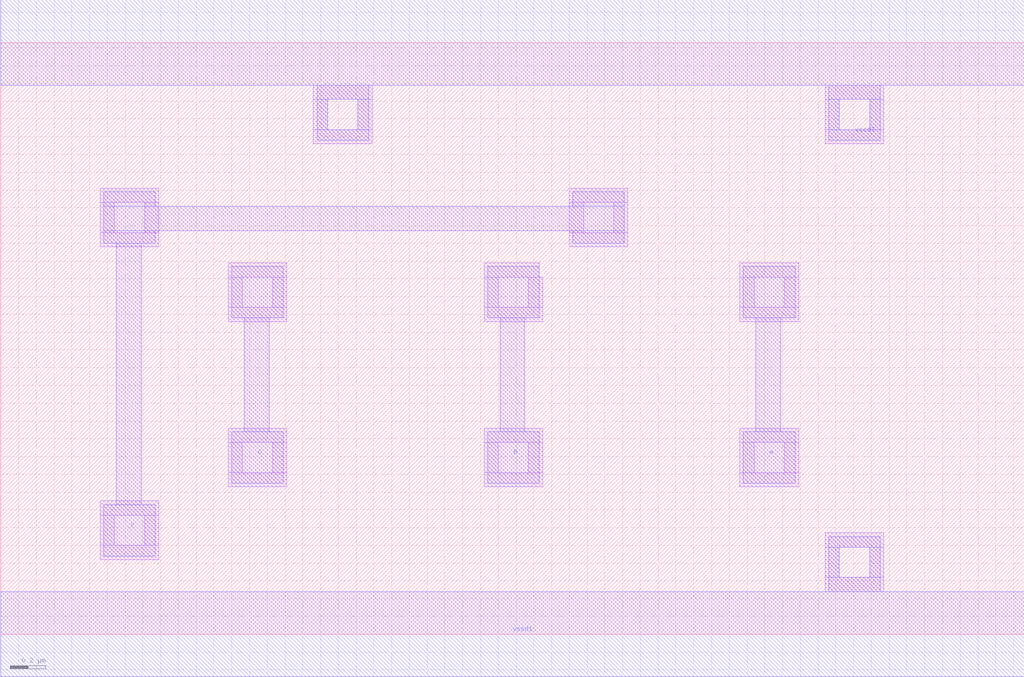
<source format=lef>
VERSION 5.7 ;
  NOWIREEXTENSIONATPIN ON ;
  DIVIDERCHAR "/" ;
  BUSBITCHARS "[]" ;
MACRO NAND3X1
  CLASS CORE ;
  FOREIGN NAND3X1 ;
  ORIGIN 0.000 0.000 ;
  SIZE 5.760 BY 3.330 ;
  SYMMETRY X Y R90 ;
  SITE unit ;
  PIN vccd1
    DIRECTION INOUT ;
    USE POWER ;
    SHAPE ABUTMENT ;
    PORT
      LAYER met1 ;
        RECT 0.000 3.090 5.760 3.570 ;
        RECT 1.780 3.010 2.070 3.090 ;
        RECT 1.780 2.840 1.840 3.010 ;
        RECT 2.010 2.840 2.070 3.010 ;
        RECT 1.780 2.780 2.070 2.840 ;
        RECT 4.660 3.010 4.950 3.090 ;
        RECT 4.660 2.840 4.720 3.010 ;
        RECT 4.890 2.840 4.950 3.010 ;
        RECT 4.660 2.780 4.950 2.840 ;
    END
  END vccd1
  PIN vssd1
    DIRECTION INOUT ;
    USE GROUND ;
    SHAPE ABUTMENT ;
    PORT
      LAYER met1 ;
        RECT 4.660 0.490 4.950 0.550 ;
        RECT 4.660 0.320 4.720 0.490 ;
        RECT 4.890 0.320 4.950 0.490 ;
        RECT 4.660 0.240 4.950 0.320 ;
        RECT 0.000 -0.240 5.760 0.240 ;
    END
  END vssd1
  PIN Y
    DIRECTION INOUT ;
    USE SIGNAL ;
    SHAPE ABUTMENT ;
    PORT
      LAYER met1 ;
        RECT 0.580 2.410 0.870 2.490 ;
        RECT 3.220 2.410 3.510 2.490 ;
        RECT 0.580 2.270 3.510 2.410 ;
        RECT 0.580 2.200 0.870 2.270 ;
        RECT 3.220 2.200 3.510 2.270 ;
        RECT 0.650 0.730 0.790 2.200 ;
        RECT 0.580 0.440 0.870 0.730 ;
    END
  END Y
  PIN C
    DIRECTION INOUT ;
    USE SIGNAL ;
    SHAPE ABUTMENT ;
    PORT
      LAYER met1 ;
        RECT 1.300 1.780 1.590 2.070 ;
        RECT 1.370 1.140 1.510 1.780 ;
        RECT 1.300 0.850 1.590 1.140 ;
    END
  END C
  PIN B
    DIRECTION INOUT ;
    USE SIGNAL ;
    SHAPE ABUTMENT ;
    PORT
      LAYER met1 ;
        RECT 2.740 1.780 3.030 2.070 ;
        RECT 2.810 1.140 2.950 1.780 ;
        RECT 2.740 0.850 3.030 1.140 ;
    END
  END B
  PIN A
    DIRECTION INOUT ;
    USE SIGNAL ;
    SHAPE ABUTMENT ;
    PORT
      LAYER met1 ;
        RECT 4.180 1.780 4.470 2.070 ;
        RECT 4.250 1.140 4.390 1.780 ;
        RECT 4.180 0.850 4.470 1.140 ;
    END
  END A
  OBS
      LAYER li1 ;
        RECT 1.760 3.010 2.090 3.090 ;
        RECT 1.760 2.840 1.840 3.010 ;
        RECT 2.010 2.840 2.090 3.010 ;
        RECT 1.760 2.760 2.090 2.840 ;
        RECT 4.640 3.010 4.970 3.090 ;
        RECT 4.640 2.840 4.720 3.010 ;
        RECT 4.890 2.840 4.970 3.010 ;
        RECT 4.640 2.760 4.970 2.840 ;
        RECT 0.560 2.430 0.890 2.510 ;
        RECT 0.560 2.260 0.640 2.430 ;
        RECT 0.810 2.260 0.890 2.430 ;
        RECT 0.560 2.180 0.890 2.260 ;
        RECT 3.200 2.430 3.530 2.510 ;
        RECT 3.200 2.260 3.280 2.430 ;
        RECT 3.450 2.260 3.530 2.430 ;
        RECT 3.200 2.180 3.530 2.260 ;
        RECT 1.280 2.010 1.610 2.090 ;
        RECT 1.280 1.840 1.360 2.010 ;
        RECT 1.530 1.840 1.610 2.010 ;
        RECT 1.280 1.760 1.610 1.840 ;
        RECT 2.720 2.010 3.030 2.090 ;
        RECT 4.160 2.010 4.490 2.090 ;
        RECT 2.720 1.840 2.800 2.010 ;
        RECT 2.970 1.840 3.050 2.010 ;
        RECT 2.720 1.760 3.050 1.840 ;
        RECT 4.160 1.840 4.240 2.010 ;
        RECT 4.410 1.840 4.490 2.010 ;
        RECT 4.160 1.760 4.490 1.840 ;
        RECT 1.280 1.080 1.610 1.160 ;
        RECT 1.280 0.910 1.360 1.080 ;
        RECT 1.530 0.910 1.610 1.080 ;
        RECT 1.280 0.830 1.610 0.910 ;
        RECT 2.720 1.080 3.050 1.160 ;
        RECT 2.720 0.910 2.800 1.080 ;
        RECT 2.970 0.910 3.050 1.080 ;
        RECT 2.720 0.830 3.050 0.910 ;
        RECT 4.160 1.080 4.490 1.160 ;
        RECT 4.160 0.910 4.240 1.080 ;
        RECT 4.410 0.910 4.490 1.080 ;
        RECT 4.160 0.830 4.490 0.910 ;
        RECT 0.560 0.670 0.890 0.750 ;
        RECT 0.560 0.500 0.640 0.670 ;
        RECT 0.810 0.500 0.890 0.670 ;
        RECT 0.560 0.420 0.890 0.500 ;
        RECT 4.640 0.490 4.970 0.570 ;
        RECT 4.640 0.320 4.720 0.490 ;
        RECT 4.890 0.320 4.970 0.490 ;
        RECT 4.640 0.240 4.970 0.320 ;
  END
END NAND3X1
END LIBRARY


</source>
